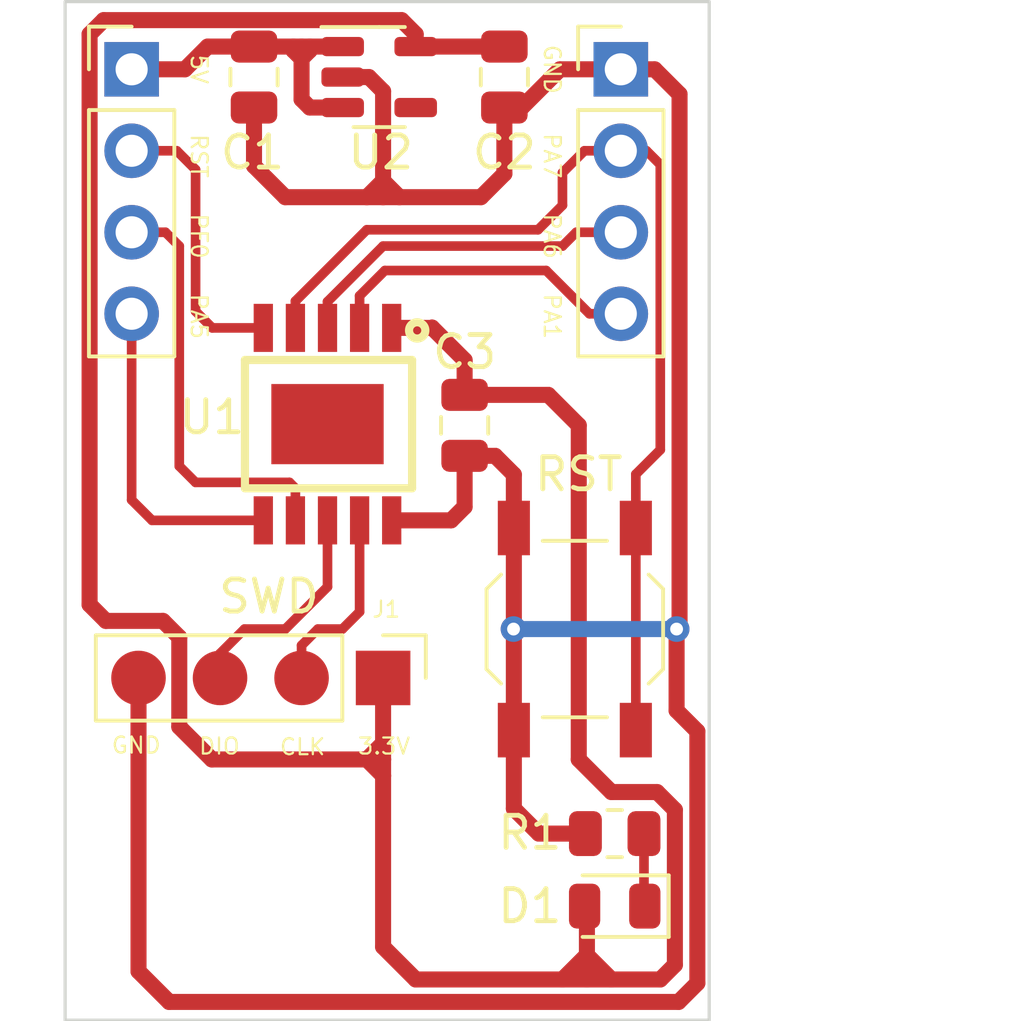
<source format=kicad_pcb>
(kicad_pcb (version 20221018) (generator pcbnew)
  (layers (0 "F.Cu" signal) (31 "B.Cu" signal) (34 "B.Paste" user) (35 "F.Paste" user) (36 "B.SilkS" user "B.Silkscreen") (37 "F.SilkS" user "F.Silkscreen") (38 "B.Mask" user) (39 "F.Mask" user) (44 "Edge.Cuts" user))
  (net 0 "")
  (net 1 "+5V")
  (net 2 "GND")
  (net 3 "+3.3V")
  (net 4 "Net-(D1-K)")
  (net 5 "/SWCLK")
  (net 6 "/SWDIO")
  (net 7 "/NRST")
  (net 8 "/PF0")
  (net 9 "/PA1")
  (net 10 "/PA7")
  (net 11 "/PA6")
  (net 12 "/PA5")
  (footprint "Connector_PinHeader_2.54mm:PinHeader_1x04_P2.54mm_Vertical" (layer "F.Cu") (at 111.8 61.8)
    (fp_text reference "J2" hide)
    (fp_text value "L_Terminal")
    (fp_line (start -1.33 -1.33) (end 0 -1.33) (stroke (width 0.12)) (layer "F.SilkS"))
    (fp_line (start -1.33 0) (end -1.33 -1.33) (stroke (width 0.12)) (layer "F.SilkS"))
    (fp_line (start -1.33 1.27) (end -1.33 8.95) (stroke (width 0.12)) (layer "F.SilkS"))
    (fp_line (start -1.33 1.27) (end 1.33 1.27) (stroke (width 0.12)) (layer "F.SilkS"))
    (fp_line (start -1.33 8.95) (end 1.33 8.95) (stroke (width 0.12)) (layer "F.SilkS"))
    (fp_line (start 1.33 1.27) (end 1.33 8.95) (stroke (width 0.12)) (layer "F.SilkS"))
    (pad "1" thru_hole rect (at 0 0) (size 1.7 1.7) (drill 1) (layers "*.Cu" "*.Mask") (net 1 "+5V"))
    (pad "2" thru_hole oval (at 0 2.54) (size 1.7 1.7) (drill 1) (layers "*.Cu" "*.Mask") (net 9 "/PA1"))
    (pad "3" thru_hole oval (at 0 5.08) (size 1.7 1.7) (drill 1) (layers "*.Cu" "*.Mask") (net 10 "/PA7"))
    (pad "4" thru_hole oval (at 0 7.62) (size 1.7 1.7) (drill 1) (layers "*.Cu" "*.Mask") (net 11 "/PA6"))
  )
  (footprint "Capacitor_SMD:C_0805_2012Metric" (layer "F.Cu") (at 115.6125 62.042 -90)
    (fp_text reference "C1" (at 2.35 0.05) (layer "F.SilkS"))
    (fp_text value "1uF")
    (fp_line (start -0.261252 -0.735) (end 0.261252 -0.735) (stroke (width 0.12)) (layer "F.SilkS"))
    (fp_line (start -0.261252 0.735) (end 0.261252 0.735) (stroke (width 0.12)) (layer "F.SilkS"))
    (pad "1" smd roundrect (at -0.95 0 270) (size 1 1.45) (layers "F.Cu" "F.Paste" "F.Mask") (net 1 "+5V"))
    (pad "2" smd roundrect (at 0.95 0 270) (size 1 1.45) (layers "F.Cu" "F.Paste" "F.Mask") (net 2 "GND"))
  )
  (footprint "Connector_PinHeader_2.54mm:PinHeader_1x04_P2.54mm_Vertical" (layer "F.Cu") (at 119.634 80.772 -90)
    (fp_text reference "J1" (at -2.14 -0.1) (layer "F.SilkS") (effects (font (size 0.5 0.5) (thickness 0.07))))
    (fp_text value "SWD")
    (fp_line (start -1.33 -1.33) (end 0 -1.33) (stroke (width 0.12)) (layer "F.SilkS"))
    (fp_line (start -1.33 0) (end -1.33 -1.33) (stroke (width 0.12)) (layer "F.SilkS"))
    (fp_line (start -1.33 1.27) (end -1.33 8.95) (stroke (width 0.12)) (layer "F.SilkS"))
    (fp_line (start -1.33 1.27) (end 1.33 1.27) (stroke (width 0.12)) (layer "F.SilkS"))
    (fp_line (start -1.33 8.95) (end 1.33 8.95) (stroke (width 0.12)) (layer "F.SilkS"))
    (fp_line (start 1.33 1.27) (end 1.33 8.95) (stroke (width 0.12)) (layer "F.SilkS"))
    (pad "1" smd rect (at 0 0 270) (size 1.7 1.7) (layers "F.Cu" "F.Paste" "F.Mask") (net 3 "+3.3V"))
    (pad "2" smd oval (at 0 2.54 270) (size 1.7 1.7) (layers "F.Cu" "F.Paste" "F.Mask") (net 5 "/SWCLK"))
    (pad "3" smd oval (at 0 5.08 270) (size 1.7 1.7) (layers "F.Cu" "F.Paste" "F.Mask") (net 6 "/SWDIO"))
    (pad "4" smd oval (at 0 7.62 270) (size 1.7 1.7) (layers "F.Cu" "F.Paste" "F.Mask") (net 2 "GND"))
  )
  (footprint "Button_Switch_SMD:SW_SPST_TL3342" (layer "F.Cu") (at 125.608 79.248 90)
    (fp_text reference "RST" (at 4.826 0.122) (layer "F.SilkS"))
    (fp_text value "SW_RST")
    (fp_line (start -2.75 -1) (end -2.75 1) (stroke (width 0.12)) (layer "F.SilkS"))
    (fp_line (start -1.7 -2.3) (end -1.25 -2.75) (stroke (width 0.12)) (layer "F.SilkS"))
    (fp_line (start -1.7 2.3) (end -1.25 2.75) (stroke (width 0.12)) (layer "F.SilkS"))
    (fp_line (start -1.25 -2.75) (end 1.25 -2.75) (stroke (width 0.12)) (layer "F.SilkS"))
    (fp_line (start -1.25 2.75) (end 1.25 2.75) (stroke (width 0.12)) (layer "F.SilkS"))
    (fp_line (start 1.7 -2.3) (end 1.25 -2.75) (stroke (width 0.12)) (layer "F.SilkS"))
    (fp_line (start 1.7 2.3) (end 1.25 2.75) (stroke (width 0.12)) (layer "F.SilkS"))
    (fp_line (start 2.75 -1) (end 2.75 1) (stroke (width 0.12)) (layer "F.SilkS"))
    (pad "1" smd rect (at -3.15 -1.9 90) (size 1.7 1) (layers "F.Cu" "F.Paste" "F.Mask") (net 2 "GND"))
    (pad "1" smd rect (at 3.15 -1.9 90) (size 1.7 1) (layers "F.Cu" "F.Paste" "F.Mask") (net 2 "GND"))
    (pad "2" smd rect (at -3.15 1.9 90) (size 1.7 1) (layers "F.Cu" "F.Paste" "F.Mask") (net 7 "/NRST"))
    (pad "2" smd rect (at 3.15 1.9 90) (size 1.7 1) (layers "F.Cu" "F.Paste" "F.Mask") (net 7 "/NRST"))
  )
  (footprint "Capacitor_SMD:C_0805_2012Metric" (layer "F.Cu") (at 122.174 72.898 -90)
    (fp_text reference "C3" (at -2.286 0) (layer "F.SilkS"))
    (fp_text value "0.1uF")
    (fp_line (start -0.261252 -0.735) (end 0.261252 -0.735) (stroke (width 0.12)) (layer "F.SilkS"))
    (fp_line (start -0.261252 0.735) (end 0.261252 0.735) (stroke (width 0.12)) (layer "F.SilkS"))
    (pad "1" smd roundrect (at -0.95 0 270) (size 1 1.45) (layers "F.Cu" "F.Paste" "F.Mask") (net 3 "+3.3V"))
    (pad "2" smd roundrect (at 0.95 0 270) (size 1 1.45) (layers "F.Cu" "F.Paste" "F.Mask") (net 2 "GND"))
  )
  (footprint "LED_SMD:LED_0805_2012Metric" (layer "F.Cu") (at 126.8495 87.884 180)
    (fp_text reference "D1" (at 2.6435 0 180) (layer "F.SilkS"))
    (fp_text value "ON")
    (fp_line (start -1.685 -0.96) (end -1.685 0.96) (stroke (width 0.12)) (layer "F.SilkS"))
    (fp_line (start -1.685 0.96) (end 1 0.96) (stroke (width 0.12)) (layer "F.SilkS"))
    (fp_line (start 1 -0.96) (end -1.685 -0.96) (stroke (width 0.12)) (layer "F.SilkS"))
    (pad "1" smd roundrect (at -0.9375 0 180) (size 0.975 1.4) (layers "F.Cu" "F.Paste" "F.Mask") (net 4 "Net-(D1-K)"))
    (pad "2" smd roundrect (at 0.9375 0 180) (size 0.975 1.4) (layers "F.Cu" "F.Paste" "F.Mask") (net 3 "+3.3V"))
  )
  (footprint "Connector_PinHeader_2.54mm:PinHeader_1x04_P2.54mm_Vertical" (layer "F.Cu") (at 127.04 61.8)
    (fp_text reference "J3" hide)
    (fp_text value "R_Terminal")
    (fp_line (start -1.33 -1.33) (end 0 -1.33) (stroke (width 0.12)) (layer "F.SilkS"))
    (fp_line (start -1.33 0) (end -1.33 -1.33) (stroke (width 0.12)) (layer "F.SilkS"))
    (fp_line (start -1.33 1.27) (end -1.33 8.95) (stroke (width 0.12)) (layer "F.SilkS"))
    (fp_line (start -1.33 1.27) (end 1.33 1.27) (stroke (width 0.12)) (layer "F.SilkS"))
    (fp_line (start -1.33 8.95) (end 1.33 8.95) (stroke (width 0.12)) (layer "F.SilkS"))
    (fp_line (start 1.33 1.27) (end 1.33 8.95) (stroke (width 0.12)) (layer "F.SilkS"))
    (pad "1" thru_hole rect (at 0 0) (size 1.7 1.7) (drill 1) (layers "*.Cu" "*.Mask") (net 2 "GND"))
    (pad "2" thru_hole oval (at 0 2.54) (size 1.7 1.7) (drill 1) (layers "*.Cu" "*.Mask") (net 7 "/NRST"))
    (pad "3" thru_hole oval (at 0 5.08) (size 1.7 1.7) (drill 1) (layers "*.Cu" "*.Mask") (net 12 "/PA5"))
    (pad "4" thru_hole oval (at 0 7.62) (size 1.7 1.7) (drill 1) (layers "*.Cu" "*.Mask") (net 8 "/PF0"))
  )
  (footprint "Libraries:ESSOP10-EP" (layer "F.Cu") (at 117.902002 72.859873 -90)
    (fp_text reference "U1" (at -0.215873 3.602002) (layer "F.SilkS"))
    (fp_text value "PY32F002AA15M6TU")
    (fp_line (start -1.999615 -2.634996) (end 1.999996 -2.634996) (stroke (width 0.254)) (layer "F.SilkS"))
    (fp_line (start -1.999615 2.572004) (end -1.999615 -2.634996) (stroke (width 0.254)) (layer "F.SilkS"))
    (fp_line (start 1.999996 -2.634996) (end 2.000021 2.572004) (stroke (width 0.254)) (layer "F.SilkS"))
    (fp_line (start 2.000021 2.572004) (end -1.999615 2.572004) (stroke (width 0.254)) (layer "F.SilkS"))
    (fp_circle (center -2.920873 -2.794) (end -2.920873 -2.54) (stroke (width 0.254)) (fill none) (layer "F.SilkS"))
    (pad "0" smd rect (at 0.000127 0 270) (size 2.499995 3.499993) (layers "F.Cu" "F.Paste" "F.Mask"))
    (pad "1" smd rect (at -2.999867 -1.999996 270) (size 1.499997 0.599999) (layers "F.Cu" "F.Paste" "F.Mask") (net 3 "+3.3V"))
    (pad "2" smd rect (at -2.999867 -0.999998 270) (size 1.499997 0.599999) (layers "F.Cu" "F.Paste" "F.Mask") (net 8 "/PF0"))
    (pad "3" smd rect (at -2.999867 0 270) (size 1.499997 0.599999) (layers "F.Cu" "F.Paste" "F.Mask") (net 12 "/PA5"))
    (pad "4" smd rect (at -2.999867 0.999998 270) (size 1.499997 0.599999) (layers "F.Cu" "F.Paste" "F.Mask") (net 7 "/NRST"))
    (pad "5" smd rect (at -2.999867 1.999996 270) (size 1.499997 0.599999) (layers "F.Cu" "F.Paste" "F.Mask") (net 9 "/PA1"))
    (pad "6" smd rect (at 3.000121 1.999996 270) (size 1.499997 0.599999) (layers "F.Cu" "F.Paste" "F.Mask") (net 11 "/PA6"))
    (pad "7" smd rect (at 3.000121 0.999998 270) (size 1.499997 0.599999) (layers "F.Cu" "F.Paste" "F.Mask") (net 10 "/PA7"))
    (pad "8" smd rect (at 3.000121 0 270) (size 1.499997 0.599999) (layers "F.Cu" "F.Paste" "F.Mask") (net 6 "/SWDIO"))
    (pad "9" smd rect (at 3.000121 -0.999998 270) (size 1.499997 0.599999) (layers "F.Cu" "F.Paste" "F.Mask") (net 5 "/SWCLK"))
    (pad "10" smd rect (at 3.000121 -1.999996 270) (size 1.499997 0.599999) (layers "F.Cu" "F.Paste" "F.Mask") (net 2 "GND"))
  )
  (footprint "Resistor_SMD:R_0805_2012Metric" (layer "F.Cu") (at 126.8495 85.623)
    (fp_text reference "R1" (at -2.6435 -0.025 180) (layer "F.SilkS"))
    (fp_text value "330R")
    (fp_line (start -0.227064 -0.735) (end 0.227064 -0.735) (stroke (width 0.12)) (layer "F.SilkS"))
    (fp_line (start -0.227064 0.735) (end 0.227064 0.735) (stroke (width 0.12)) (layer "F.SilkS"))
    (pad "1" smd roundrect (at -0.9125 0) (size 1.025 1.4) (layers "F.Cu" "F.Paste" "F.Mask") (roundrect_rratio 0.243902) (net 2 "GND"))
    (pad "2" smd roundrect (at 0.9125 0) (size 1.025 1.4) (layers "F.Cu" "F.Paste" "F.Mask") (roundrect_rratio 0.243902) (net 4 "Net-(D1-K)"))
  )
  (footprint "Capacitor_SMD:C_0805_2012Metric" (layer "F.Cu") (at 123.4125 62.042 -90)
    (fp_text reference "C2" (at 2.35 0) (layer "F.SilkS"))
    (fp_text value "1uF")
    (fp_line (start -0.261252 -0.735) (end 0.261252 -0.735) (stroke (width 0.12)) (layer "F.SilkS"))
    (fp_line (start -0.261252 0.735) (end 0.261252 0.735) (stroke (width 0.12)) (layer "F.SilkS"))
    (pad "1" smd roundrect (at -0.95 0 270) (size 1 1.45) (layers "F.Cu" "F.Paste" "F.Mask") (net 3 "+3.3V"))
    (pad "2" smd roundrect (at 0.95 0 270) (size 1 1.45) (layers "F.Cu" "F.Paste" "F.Mask") (net 2 "GND"))
  )
  (footprint "Package_TO_SOT_SMD:TSOT-23-5" (layer "F.Cu") (at 119.5125 62.042)
    (fp_text reference "U2" (at 0.05 2.35 180) (layer "F.SilkS"))
    (fp_text value "AP2112K-3.3TRG1")
    (fp_line (start 0 -1.56) (end -1.8 -1.56) (stroke (width 0.12)) (layer "F.SilkS"))
    (fp_line (start 0 -1.56) (end 0.8 -1.56) (stroke (width 0.12)) (layer "F.SilkS"))
    (fp_line (start 0 1.56) (end -0.8 1.56) (stroke (width 0.12)) (layer "F.SilkS"))
    (fp_line (start 0 1.56) (end 0.8 1.56) (stroke (width 0.12)) (layer "F.SilkS"))
    (pad "1" smd roundrect (at -1.1375 -0.95) (size 1.325 0.6) (layers "F.Cu" "F.Paste" "F.Mask") (net 1 "+5V"))
    (pad "2" smd roundrect (at -1.1375 0) (size 1.325 0.6) (layers "F.Cu" "F.Paste" "F.Mask") (net 2 "GND"))
    (pad "3" smd roundrect (at -1.1375 0.95) (size 1.325 0.6) (layers "F.Cu" "F.Paste" "F.Mask") (net 1 "+5V"))
    (pad "4" smd roundrect (at 1.1375 0.95) (size 1.325 0.6) (layers "F.Cu" "F.Paste" "F.Mask"))
    (pad "5" smd roundrect (at 1.1375 -0.95) (size 1.325 0.6) (layers "F.Cu" "F.Paste" "F.Mask") (net 3 "+3.3V"))
  )
  (gr_rect (start 109.728 59.69) (end 129.794 91.44) (stroke (width 0.1)) (fill none) (layer "Edge.Cuts"))
  (gr_text "PA7" (at 124.9 64.5 270) (layer "F.SilkS") (effects (font (size 0.5 0.5) (thickness 0.07))))
  (gr_text "5V" (at 113.9 61.8 -90) (layer "F.SilkS") (effects (font (size 0.5 0.5) (thickness 0.07))))
  (gr_text "SWD" (at 116.078 78.232) (layer "F.SilkS") (effects (font (size 1 1))))
  (gr_text "3.3V" (at 119.664 82.9) (layer "F.SilkS") (effects (font (size 0.5 0.5) (thickness 0.07))))
  (gr_text "GND" (at 111.944 82.87) (layer "F.SilkS") (effects (font (size 0.5 0.5) (thickness 0.07))))
  (gr_text "PA5" (at 113.9 69.5 270) (layer "F.SilkS") (effects (font (size 0.5 0.5) (thickness 0.07))))
  (gr_text "PA6" (at 124.9 67 270) (layer "F.SilkS") (effects (font (size 0.5 0.5) (thickness 0.07))))
  (gr_text "DIO" (at 114.534 82.9) (layer "F.SilkS") (effects (font (size 0.5 0.5) (thickness 0.07))))
  (gr_text "RST" (at 113.9 64.5 -90) (layer "F.SilkS") (effects (font (size 0.5 0.5) (thickness 0.07))))
  (gr_text "PA1" (at 124.9 69.5 270) (layer "F.SilkS") (effects (font (size 0.5 0.5) (thickness 0.07))))
  (gr_text "GND" (at 124.9 61.8 270) (layer "F.SilkS") (effects (font (size 0.5 0.5) (thickness 0.07))))
  (gr_text "PF0" (at 113.9 67 -90) (layer "F.SilkS") (effects (font (size 0.5 0.5) (thickness 0.07))))
  (gr_text "CLK" (at 117.124 82.92) (layer "F.SilkS") (effects (font (size 0.5 0.5) (thickness 0.07))))
  (segment (start 117.348 61.092) (end 118.375 61.092) (width 0.5) (layer "F.Cu") (net 1))
  (segment (start 117.094 61.092) (end 117.348 61.092) (width 0.5) (layer "F.Cu") (net 1))
  (segment (start 116.84 61.092) (end 117.094 61.092) (width 0.5) (layer "F.Cu") (net 1))
  (segment (start 117.094 61.468) (end 117.348 61.214) (width 0.5) (layer "F.Cu") (net 1))
  (segment (start 117.348 62.992) (end 117.094 62.738) (width 0.5) (layer "F.Cu") (net 1))
  (segment (start 117.094 62.738) (end 117.094 61.468) (width 0.5) (layer "F.Cu") (net 1))
  (segment (start 113.46 61.8) (end 114.168 61.092) (width 0.5) (layer "F.Cu") (net 1))
  (segment (start 118.375 62.992) (end 117.348 62.992) (width 0.5) (layer "F.Cu") (net 1))
  (segment (start 115.6125 61.092) (end 116.84 61.092) (width 0.5) (layer "F.Cu") (net 1))
  (segment (start 117.348 61.214) (end 117.348 61.092) (width 0.5) (layer "F.Cu") (net 1))
  (segment (start 111.8 61.8) (end 113.46 61.8) (width 0.5) (layer "F.Cu") (net 1))
  (segment (start 116.84 61.214) (end 116.84 61.092) (width 0.5) (layer "F.Cu") (net 1))
  (segment (start 117.094 61.468) (end 117.094 61.092) (width 0.5) (layer "F.Cu") (net 1))
  (segment (start 114.168 61.092) (end 115.6125 61.092) (width 0.5) (layer "F.Cu") (net 1))
  (segment (start 117.094 61.468) (end 116.84 61.214) (width 0.5) (layer "F.Cu") (net 1))
  (segment (start 123.124 73.848) (end 123.708 74.432) (width 0.5) (layer "F.Cu") (net 2))
  (segment (start 119.634 65.278) (end 119.634 65.786) (width 0.5) (layer "F.Cu") (net 2))
  (segment (start 116.586 65.786) (end 115.6125 64.8125) (width 0.5) (layer "F.Cu") (net 2))
  (segment (start 123.708 79.238) (end 123.698 79.248) (width 0.5) (layer "F.Cu") (net 2))
  (segment (start 112.014 89.916) (end 112.968 90.87) (width 0.5) (layer "F.Cu") (net 2))
  (segment (start 123.4125 65.0555) (end 122.682 65.786) (width 0.5) (layer "F.Cu") (net 2))
  (segment (start 119.634 65.786) (end 119.126 65.786) (width 0.5) (layer "F.Cu") (net 2))
  (segment (start 129.4245 82.4345) (end 128.778 81.788) (width 0.5) (layer "F.Cu") (net 2))
  (segment (start 123.708 74.432) (end 123.708 76.098) (width 0.5) (layer "F.Cu") (net 2))
  (segment (start 122.174 75.438) (end 121.752006 75.859994) (width 0.5) (layer "F.Cu") (net 2))
  (segment (start 123.708 84.846) (end 124.485 85.623) (width 0.5) (layer "F.Cu") (net 2))
  (segment (start 112.014 80.772) (end 112.014 89.916) (width 0.5) (layer "F.Cu") (net 2))
  (segment (start 122.682 65.786) (end 120.142 65.786) (width 0.5) (layer "F.Cu") (net 2))
  (segment (start 128.87 62.576) (end 128.87 79.156) (width 0.5) (layer "F.Cu") (net 2))
  (segment (start 119.126 65.786) (end 116.586 65.786) (width 0.5) (layer "F.Cu") (net 2))
  (segment (start 122.174 73.848) (end 122.174 75.438) (width 0.5) (layer "F.Cu") (net 2))
  (segment (start 123.4125 62.992) (end 123.4125 65.0555) (width 0.5) (layer "F.Cu") (net 2))
  (segment (start 123.952 62.992) (end 125.144 61.8) (width 0.5) (layer "F.Cu") (net 2))
  (segment (start 119.634 65.278) (end 120.142 65.786) (width 0.5) (layer "F.Cu") (net 2))
  (segment (start 128.778 81.788) (end 128.778 79.248) (width 0.5) (layer "F.Cu") (net 2))
  (segment (start 119.634 65.278) (end 119.126 65.786) (width 0.5) (layer "F.Cu") (net 2))
  (segment (start 123.708 82.398) (end 123.708 79.258) (width 0.5) (layer "F.Cu") (net 2))
  (segment (start 112.968 90.87) (end 128.84 90.87) (width 0.5) (layer "F.Cu") (net 2))
  (segment (start 119.634 62.484) (end 119.634 65.278) (width 0.5) (layer "F.Cu") (net 2))
  (segment (start 122.174 73.848) (end 123.124 73.848) (width 0.5) (layer "F.Cu") (net 2))
  (segment (start 128.84 90.87) (end 129.4245 90.2855) (width 0.5) (layer "F.Cu") (net 2))
  (segment (start 128.87 62.576) (end 128.094 61.8) (width 0.5) (layer "F.Cu") (net 2))
  (segment (start 123.4125 62.992) (end 123.952 62.992) (width 0.5) (layer "F.Cu") (net 2))
  (segment (start 123.708 76.098) (end 123.708 79.238) (width 0.5) (layer "F.Cu") (net 2))
  (segment (start 125.144 61.8) (end 127.04 61.8) (width 0.5) (layer "F.Cu") (net 2))
  (segment (start 120.142 65.786) (end 119.634 65.786) (width 0.5) (layer "F.Cu") (net 2))
  (segment (start 128.094 61.8) (end 127.04 61.8) (width 0.5) (layer "F.Cu") (net 2))
  (segment (start 119.192 62.042) (end 119.634 62.484) (width 0.5) (layer "F.Cu") (net 2))
  (segment (start 123.708 82.398) (end 123.708 84.846) (width 0.5) (layer "F.Cu") (net 2))
  (segment (start 115.6125 64.8125) (end 115.6125 62.992) (width 0.5) (layer "F.Cu") (net 2))
  (segment (start 129.4245 90.2855) (end 129.4245 82.4345) (width 0.5) (layer "F.Cu") (net 2))
  (segment (start 124.485 85.623) (end 125.937 85.623) (width 0.5) (layer "F.Cu") (net 2))
  (segment (start 121.752006 75.859994) (end 119.901998 75.859994) (width 0.5) (layer "F.Cu") (net 2))
  (segment (start 128.87 79.156) (end 128.778 79.248) (width 0.5) (layer "F.Cu") (net 2))
  (segment (start 118.375 62.042) (end 119.192 62.042) (width 0.5) (layer "F.Cu") (net 2))
  (segment (start 123.708 79.258) (end 123.698 79.248) (width 0.5) (layer "F.Cu") (net 2))
  (via (at 123.698 79.248) (size 0.8) (drill 0.4) (layers "F.Cu" "B.Cu") (net 2))
  (via (at 128.778 79.248) (size 0.8) (drill 0.4) (layers "F.Cu" "B.Cu") (net 2))
  (segment (start 123.698 79.248) (end 128.778 79.248) (width 0.5) (layer "B.Cu") (net 2))
  (segment (start 121.147994 69.860006) (end 119.901998 69.860006) (width 0.5) (layer "F.Cu") (net 3))
  (segment (start 119.126 83.312) (end 119.634 83.312) (width 0.5) (layer "F.Cu") (net 3))
  (segment (start 125.984 90.17) (end 125.984 89.408) (width 0.5) (layer "F.Cu") (net 3))
  (segment (start 122.174 71.948) (end 122.174 70.866) (width 0.5) (layer "F.Cu") (net 3))
  (segment (start 123.4125 61.092) (end 120.65 61.092) (width 0.5) (layer "F.Cu") (net 3))
  (segment (start 125.222 90.17) (end 125.984 90.17) (width 0.5) (layer "F.Cu") (net 3))
  (segment (start 119.634 80.772) (end 119.634 82.804) (width 0.5) (layer "F.Cu") (net 3))
  (segment (start 119.634 83.312) (end 119.634 83.82) (width 0.5) (layer "F.Cu") (net 3))
  (segment (start 113.284 82.296) (end 114.3 83.312) (width 0.5) (layer "F.Cu") (net 3))
  (segment (start 128.27 90.17) (end 126.746 90.17) (width 0.5) (layer "F.Cu") (net 3))
  (segment (start 125.73 83.312) (end 126.746 84.328) (width 0.5) (layer "F.Cu") (net 3))
  (segment (start 114.3 83.312) (end 119.126 83.312) (width 0.5) (layer "F.Cu") (net 3))
  (segment (start 121.158 69.85) (end 121.147994 69.860006) (width 0.5) (layer "F.Cu") (net 3))
  (segment (start 110.929 60.267) (end 110.49 60.706) (width 0.5) (layer "F.Cu") (net 3))
  (segment (start 128.7245 89.7155) (end 128.27 90.17) (width 0.5) (layer "F.Cu") (net 3))
  (segment (start 120.65 60.706) (end 120.211 60.267) (width 0.5) (layer "F.Cu") (net 3))
  (segment (start 120.65 90.17) (end 125.222 90.17) (width 0.5) (layer "F.Cu") (net 3))
  (segment (start 125.984 89.408) (end 126.746 90.17) (width 0.5) (layer "F.Cu") (net 3))
  (segment (start 122.174 71.948) (end 124.78 71.948) (width 0.5) (layer "F.Cu") (net 3))
  (segment (start 119.126 83.312) (end 119.634 82.804) (width 0.5) (layer "F.Cu") (net 3))
  (segment (start 119.634 83.82) (end 119.634 89.154) (width 0.5) (layer "F.Cu") (net 3))
  (segment (start 128.7245 84.883051) (end 128.7245 89.7155) (width 0.5) (layer "F.Cu") (net 3))
  (segment (start 119.634 82.804) (end 119.634 83.312) (width 0.5) (layer "F.Cu") (net 3))
  (segment (start 119.126 83.312) (end 119.634 83.82) (width 0.5) (layer "F.Cu") (net 3))
  (segment (start 125.984 87.956) (end 125.912 87.884) (width 0.5) (layer "F.Cu") (net 3))
  (segment (start 112.776 78.994) (end 113.284 79.502) (width 0.5) (layer "F.Cu") (net 3))
  (segment (start 125.984 89.408) (end 125.222 90.17) (width 0.5) (layer "F.Cu") (net 3))
  (segment (start 110.49 60.706) (end 110.49 78.486) (width 0.5) (layer "F.Cu") (net 3))
  (segment (start 128.169449 84.328) (end 128.7245 84.883051) (width 0.5) (layer "F.Cu") (net 3))
  (segment (start 110.49 78.486) (end 110.998 78.994) (width 0.5) (layer "F.Cu") (net 3))
  (segment (start 120.65 61.092) (end 120.65 60.706) (width 0.5) (layer "F.Cu") (net 3))
  (segment (start 126.746 84.328) (end 128.169449 84.328) (width 0.5) (layer "F.Cu") (net 3))
  (segment (start 125.984 89.408) (end 125.984 87.956) (width 0.5) (layer "F.Cu") (net 3))
  (segment (start 124.78 71.948) (end 125.73 72.898) (width 0.5) (layer "F.Cu") (net 3))
  (segment (start 120.211 60.267) (end 110.929 60.267) (width 0.5) (layer "F.Cu") (net 3))
  (segment (start 110.998 78.994) (end 112.776 78.994) (width 0.5) (layer "F.Cu") (net 3))
  (segment (start 113.284 79.502) (end 113.284 82.296) (width 0.5) (layer "F.Cu") (net 3))
  (segment (start 125.984 90.17) (end 126.746 90.17) (width 0.5) (layer "F.Cu") (net 3))
  (segment (start 122.174 70.866) (end 121.158 69.85) (width 0.5) (layer "F.Cu") (net 3))
  (segment (start 119.634 89.154) (end 120.65 90.17) (width 0.5) (layer "F.Cu") (net 3))
  (segment (start 122.24 71.882) (end 122.174 71.948) (width 0.5) (layer "F.Cu") (net 3))
  (segment (start 125.73 72.898) (end 125.73 83.312) (width 0.5) (layer "F.Cu") (net 3))
  (segment (start 127.762 85.623) (end 127.762 87.859) (width 0.3) (layer "F.Cu") (net 4))
  (segment (start 127.762 87.909) (end 127.787 87.884) (width 0.3) (layer "F.Cu") (net 4))
  (segment (start 127.762 87.859) (end 127.787 87.884) (width 0.3) (layer "F.Cu") (net 4))
  (segment (start 117.602 79.248) (end 117.094 79.756) (width 0.3) (layer "F.Cu") (net 5))
  (segment (start 118.364 79.248) (end 117.602 79.248) (width 0.3) (layer "F.Cu") (net 5))
  (segment (start 118.902 78.71) (end 118.364 79.248) (width 0.3) (layer "F.Cu") (net 5))
  (segment (start 117.094 79.756) (end 117.094 80.772) (width 0.3) (layer "F.Cu") (net 5))
  (segment (start 118.902 75.859994) (end 118.902 78.71) (width 0.3) (layer "F.Cu") (net 5))
  (segment (start 117.902002 75.859994) (end 117.902002 77.931998) (width 0.3) (layer "F.Cu") (net 6))
  (segment (start 116.586 79.248) (end 115.316 79.248) (width 0.3) (layer "F.Cu") (net 6))
  (segment (start 117.902002 77.931998) (end 116.586 79.248) (width 0.3) (layer "F.Cu") (net 6))
  (segment (start 117.85 75.911996) (end 117.902002 75.859994) (width 0.3) (layer "F.Cu") (net 6))
  (segment (start 114.554 80.01) (end 114.554 80.772) (width 0.3) (layer "F.Cu") (net 6))
  (segment (start 115.316 79.248) (end 114.554 80.01) (width 0.3) (layer "F.Cu") (net 6))
  (segment (start 116.902004 69.025996) (end 119.126 66.802) (width 0.3) (layer "F.Cu") (net 7))
  (segment (start 126.46 64.34) (end 127.04 64.34) (width 0.3) (layer "F.Cu") (net 7))
  (segment (start 124.46 66.802) (end 125.222 66.04) (width 0.3) (layer "F.Cu") (net 7))
  (segment (start 127.508 76.098) (end 127.508 82.398) (width 0.3) (layer "F.Cu") (net 7))
  (segment (start 125.222 65.024) (end 125.906 64.34) (width 0.3) (layer "F.Cu") (net 7))
  (segment (start 127.508 74.422) (end 127.508 76.098) (width 0.3) (layer "F.Cu") (net 7))
  (segment (start 116.902004 69.860006) (end 116.902004 69.025996) (width 0.3) (layer "F.Cu") (net 7))
  (segment (start 127.04 64.34) (end 127.84 64.34) (width 0.3) (layer "F.Cu") (net 7))
  (segment (start 128.27 64.77) (end 128.27 73.66) (width 0.3) (layer "F.Cu") (net 7))
  (segment (start 125.906 64.34) (end 127.04 64.34) (width 0.3) (layer "F.Cu") (net 7))
  (segment (start 128.27 73.66) (end 127.508 74.422) (width 0.3) (layer "F.Cu") (net 7))
  (segment (start 119.126 66.802) (end 124.46 66.802) (width 0.3) (layer "F.Cu") (net 7))
  (segment (start 127.84 64.34) (end 128.27 64.77) (width 0.3) (layer "F.Cu") (net 7))
  (segment (start 125.222 66.04) (end 125.222 65.024) (width 0.3) (layer "F.Cu") (net 7))
  (segment (start 126.062 69.42) (end 127.04 69.42) (width 0.3) (layer "F.Cu") (net 8))
  (segment (start 118.902 68.860008) (end 119.690008 68.072) (width 0.3) (layer "F.Cu") (net 8))
  (segment (start 124.714 68.072) (end 126.062 69.42) (width 0.3) (layer "F.Cu") (net 8))
  (segment (start 119.690008 68.072) (end 124.714 68.072) (width 0.3) (layer "F.Cu") (net 8))
  (segment (start 118.902 69.860006) (end 118.902 68.860008) (width 0.3) (layer "F.Cu") (net 8))
  (segment (start 113.206 64.34) (end 113.792 64.926) (width 0.3) (layer "F.Cu") (net 9))
  (segment (start 113.792 69.342) (end 114.310006 69.860006) (width 0.3) (layer "F.Cu") (net 9))
  (segment (start 111.8 64.34) (end 113.206 64.34) (width 0.3) (layer "F.Cu") (net 9))
  (segment (start 113.792 64.926) (end 113.792 69.342) (width 0.3) (layer "F.Cu") (net 9))
  (segment (start 114.310006 69.860006) (end 115.902006 69.860006) (width 0.3) (layer "F.Cu") (net 9))
  (segment (start 111.8 66.88) (end 112.854 66.88) (width 0.3) (layer "F.Cu") (net 10))
  (segment (start 116.718008 74.676) (end 116.902004 74.859996) (width 0.3) (layer "F.Cu") (net 10))
  (segment (start 113.284 74.168) (end 113.792 74.676) (width 0.3) (layer "F.Cu") (net 10))
  (segment (start 113.284 67.31) (end 113.284 74.168) (width 0.3) (layer "F.Cu") (net 10))
  (segment (start 116.902004 74.859996) (end 116.902004 75.859994) (width 0.3) (layer "F.Cu") (net 10))
  (segment (start 113.792 74.676) (end 116.718008 74.676) (width 0.3) (layer "F.Cu") (net 10))
  (segment (start 112.854 66.88) (end 113.284 67.31) (width 0.3) (layer "F.Cu") (net 10))
  (segment (start 111.8 75.224) (end 112.435994 75.859994) (width 0.3) (layer "F.Cu") (net 11))
  (segment (start 111.8 69.42) (end 111.8 75.224) (width 0.3) (layer "F.Cu") (net 11))
  (segment (start 112.435994 75.859994) (end 115.902006 75.859994) (width 0.3) (layer "F.Cu") (net 11))
  (segment (start 117.902002 69.860006) (end 117.902002 69.041998) (width 0.3) (layer "F.Cu") (net 12))
  (segment (start 125.652 66.88) (end 127.04 66.88) (width 0.3) (layer "F.Cu") (net 12))
  (segment (start 125.222 67.31) (end 125.652 66.88) (width 0.3) (layer "F.Cu") (net 12))
  (segment (start 117.902002 69.041998) (end 119.634 67.31) (width 0.3) (layer "F.Cu") (net 12))
  (segment (start 119.634 67.31) (end 125.222 67.31) (width 0.3) (layer "F.Cu") (net 12))
)
</source>
